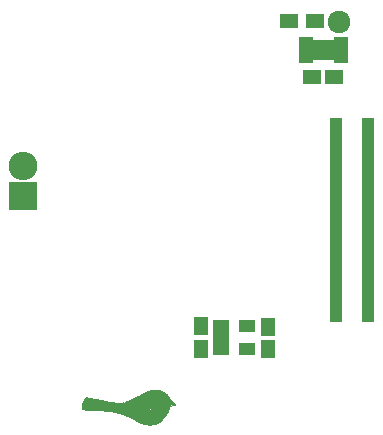
<source format=gbs>
G04 #@! TF.FileFunction,Soldermask,Bot*
%FSLAX46Y46*%
G04 Gerber Fmt 4.6, Leading zero omitted, Abs format (unit mm)*
G04 Created by KiCad (PCBNEW (2015-11-03 BZR 6296)-product) date Monday, December 21, 2015 'AMt' 10:05:28 AM*
%MOMM*%
G01*
G04 APERTURE LIST*
%ADD10C,0.100000*%
%ADD11C,0.010000*%
%ADD12R,1.060000X0.630000*%
%ADD13R,1.060000X0.750000*%
%ADD14R,1.600000X1.150000*%
%ADD15R,1.150000X0.700000*%
%ADD16R,1.275000X1.125000*%
%ADD17R,1.600000X1.300000*%
%ADD18C,1.924000*%
%ADD19R,1.150000X1.600000*%
%ADD20R,2.432000X2.432000*%
%ADD21O,2.432000X2.432000*%
%ADD22R,1.460000X1.050000*%
G04 APERTURE END LIST*
D10*
D11*
G36*
X142908969Y-122383103D02*
X142871134Y-122384878D01*
X142835237Y-122387950D01*
X142799588Y-122392451D01*
X142762501Y-122398512D01*
X142737463Y-122403226D01*
X142700495Y-122410873D01*
X142665230Y-122419056D01*
X142630622Y-122428108D01*
X142595624Y-122438364D01*
X142559191Y-122450156D01*
X142520278Y-122463818D01*
X142477839Y-122479684D01*
X142430827Y-122498088D01*
X142395263Y-122512406D01*
X142348042Y-122531805D01*
X142300102Y-122551943D01*
X142251041Y-122573011D01*
X142200453Y-122595199D01*
X142147934Y-122618695D01*
X142093079Y-122643689D01*
X142035486Y-122670372D01*
X141974749Y-122698932D01*
X141910464Y-122729559D01*
X141842227Y-122762442D01*
X141769635Y-122797772D01*
X141692281Y-122835737D01*
X141609764Y-122876528D01*
X141521677Y-122920333D01*
X141463915Y-122949177D01*
X141382201Y-122989964D01*
X141306268Y-123027698D01*
X141235642Y-123062596D01*
X141169851Y-123094875D01*
X141108423Y-123124752D01*
X141050885Y-123152444D01*
X140996765Y-123178167D01*
X140945591Y-123202138D01*
X140896889Y-123224575D01*
X140850189Y-123245695D01*
X140805018Y-123265714D01*
X140760903Y-123284848D01*
X140717371Y-123303316D01*
X140673951Y-123321334D01*
X140630171Y-123339119D01*
X140585557Y-123356888D01*
X140539637Y-123374857D01*
X140522458Y-123381509D01*
X140498476Y-123390793D01*
X140476212Y-123399455D01*
X140456652Y-123407109D01*
X140440781Y-123413366D01*
X140429586Y-123417840D01*
X140424216Y-123420070D01*
X140414168Y-123424573D01*
X140429302Y-123443849D01*
X140441111Y-123457902D01*
X140457080Y-123475482D01*
X140476079Y-123495449D01*
X140496977Y-123516663D01*
X140518643Y-123537986D01*
X140539945Y-123558277D01*
X140559754Y-123576397D01*
X140568319Y-123583920D01*
X140643898Y-123645039D01*
X140725648Y-123703238D01*
X140813253Y-123758375D01*
X140906399Y-123810306D01*
X141004769Y-123858886D01*
X141108048Y-123903973D01*
X141215921Y-123945422D01*
X141328072Y-123983091D01*
X141444186Y-124016835D01*
X141563946Y-124046510D01*
X141603722Y-124055281D01*
X141662747Y-124067567D01*
X141716586Y-124078013D01*
X141766795Y-124086877D01*
X141814926Y-124094413D01*
X141862531Y-124100877D01*
X141911165Y-124106526D01*
X141921222Y-124107588D01*
X141941268Y-124109185D01*
X141966488Y-124110438D01*
X141995561Y-124111348D01*
X142027167Y-124111913D01*
X142059986Y-124112134D01*
X142092697Y-124112011D01*
X142123980Y-124111543D01*
X142152515Y-124110730D01*
X142176981Y-124109572D01*
X142196059Y-124108069D01*
X142199917Y-124107629D01*
X142270413Y-124096359D01*
X142335332Y-124080777D01*
X142394686Y-124060875D01*
X142448489Y-124036642D01*
X142496754Y-124008071D01*
X142539494Y-123975152D01*
X142576725Y-123937875D01*
X142608458Y-123896233D01*
X142634708Y-123850216D01*
X142654186Y-123803556D01*
X142663436Y-123775336D01*
X142670050Y-123749790D01*
X142674389Y-123724670D01*
X142676811Y-123697726D01*
X142677677Y-123666710D01*
X142677689Y-123656690D01*
X142677494Y-123599783D01*
X142700459Y-123597430D01*
X142723423Y-123595078D01*
X142773181Y-123629010D01*
X142772739Y-123678359D01*
X142768754Y-123736590D01*
X142757973Y-123793341D01*
X142740573Y-123848195D01*
X142716733Y-123900732D01*
X142686631Y-123950536D01*
X142650446Y-123997188D01*
X142625226Y-124024155D01*
X142584590Y-124061000D01*
X142540860Y-124093371D01*
X142493528Y-124121491D01*
X142442089Y-124145584D01*
X142386034Y-124165873D01*
X142324857Y-124182584D01*
X142258052Y-124195938D01*
X142224611Y-124201113D01*
X142203545Y-124203389D01*
X142176697Y-124205185D01*
X142145325Y-124206500D01*
X142110685Y-124207334D01*
X142074034Y-124207688D01*
X142036631Y-124207562D01*
X141999731Y-124206956D01*
X141964593Y-124205870D01*
X141932474Y-124204303D01*
X141904630Y-124202257D01*
X141893000Y-124201088D01*
X141778753Y-124185915D01*
X141663621Y-124166055D01*
X141548476Y-124141770D01*
X141434191Y-124113321D01*
X141321641Y-124080969D01*
X141211697Y-124044975D01*
X141105234Y-124005600D01*
X141003124Y-123963106D01*
X140906240Y-123917754D01*
X140851392Y-123889498D01*
X140768282Y-123842751D01*
X140689342Y-123793631D01*
X140615019Y-123742487D01*
X140545759Y-123689668D01*
X140482007Y-123635522D01*
X140424209Y-123580397D01*
X140372812Y-123524643D01*
X140351120Y-123498480D01*
X140336411Y-123480572D01*
X140325353Y-123468259D01*
X140317679Y-123461267D01*
X140313122Y-123459322D01*
X140312894Y-123459373D01*
X140298318Y-123463012D01*
X140277871Y-123467139D01*
X140252704Y-123471588D01*
X140223971Y-123476193D01*
X140192826Y-123480787D01*
X140160421Y-123485204D01*
X140127909Y-123489276D01*
X140096444Y-123492837D01*
X140067179Y-123495720D01*
X140053264Y-123496893D01*
X140023004Y-123498630D01*
X139989491Y-123499311D01*
X139952279Y-123498909D01*
X139910925Y-123497398D01*
X139864983Y-123494750D01*
X139814009Y-123490938D01*
X139757559Y-123485937D01*
X139695188Y-123479719D01*
X139626452Y-123472256D01*
X139605236Y-123469853D01*
X139507304Y-123458039D01*
X139402890Y-123444253D01*
X139292274Y-123428544D01*
X139175733Y-123410962D01*
X139053546Y-123391559D01*
X138925989Y-123370386D01*
X138793343Y-123347492D01*
X138655883Y-123322928D01*
X138513890Y-123296746D01*
X138367640Y-123268995D01*
X138217412Y-123239727D01*
X138063483Y-123208991D01*
X137906133Y-123176840D01*
X137745639Y-123143322D01*
X137582279Y-123108489D01*
X137416331Y-123072392D01*
X137388028Y-123066166D01*
X137356495Y-123059268D01*
X137326427Y-123052787D01*
X137298674Y-123046899D01*
X137274087Y-123041780D01*
X137253516Y-123037607D01*
X137237814Y-123034556D01*
X137227830Y-123032804D01*
X137225750Y-123032520D01*
X137198371Y-123032603D01*
X137169403Y-123038198D01*
X137140663Y-123048640D01*
X137113968Y-123063263D01*
X137091137Y-123081400D01*
X137090423Y-123082097D01*
X137079666Y-123094458D01*
X137066441Y-123112584D01*
X137051127Y-123135782D01*
X137034102Y-123163362D01*
X137015747Y-123194633D01*
X136996438Y-123228902D01*
X136976556Y-123265479D01*
X136956479Y-123303671D01*
X136936585Y-123342789D01*
X136917253Y-123382139D01*
X136898863Y-123421031D01*
X136881792Y-123458774D01*
X136873062Y-123478888D01*
X136845582Y-123547828D01*
X136823705Y-123612753D01*
X136807436Y-123673631D01*
X136796780Y-123730428D01*
X136791742Y-123783112D01*
X136792326Y-123831650D01*
X136798538Y-123876008D01*
X136809697Y-123914355D01*
X136819279Y-123934617D01*
X136832842Y-123956530D01*
X136848641Y-123977628D01*
X136864928Y-123995441D01*
X136870911Y-124000860D01*
X136886300Y-124012771D01*
X136902919Y-124023287D01*
X136921311Y-124032518D01*
X136942022Y-124040574D01*
X136965594Y-124047565D01*
X136992573Y-124053602D01*
X137023502Y-124058794D01*
X137058926Y-124063252D01*
X137099388Y-124067086D01*
X137145433Y-124070405D01*
X137197604Y-124073321D01*
X137238097Y-124075182D01*
X137257868Y-124075961D01*
X137283696Y-124076876D01*
X137314584Y-124077897D01*
X137349536Y-124078994D01*
X137387554Y-124080137D01*
X137427643Y-124081294D01*
X137468805Y-124082437D01*
X137510044Y-124083534D01*
X137530903Y-124084070D01*
X137636868Y-124086865D01*
X137736377Y-124089728D01*
X137830029Y-124092688D01*
X137918424Y-124095774D01*
X138002160Y-124099016D01*
X138081838Y-124102444D01*
X138158056Y-124106086D01*
X138231413Y-124109972D01*
X138302509Y-124114132D01*
X138371944Y-124118595D01*
X138440317Y-124123390D01*
X138508226Y-124128548D01*
X138576271Y-124134096D01*
X138612167Y-124137168D01*
X138764575Y-124151484D01*
X138911084Y-124167501D01*
X139052686Y-124185426D01*
X139190371Y-124205462D01*
X139325131Y-124227813D01*
X139457958Y-124252686D01*
X139589844Y-124280283D01*
X139721779Y-124310811D01*
X139854756Y-124344473D01*
X139989766Y-124381474D01*
X140127801Y-124422018D01*
X140269851Y-124466311D01*
X140377819Y-124501516D01*
X140434471Y-124520415D01*
X140486899Y-124538181D01*
X140535676Y-124555079D01*
X140581373Y-124571377D01*
X140624563Y-124587340D01*
X140665816Y-124603235D01*
X140705705Y-124619327D01*
X140744801Y-124635884D01*
X140783675Y-124653170D01*
X140822901Y-124671452D01*
X140863048Y-124690997D01*
X140904690Y-124712071D01*
X140948398Y-124734939D01*
X140994743Y-124759869D01*
X141044297Y-124787125D01*
X141097632Y-124816975D01*
X141155320Y-124849684D01*
X141217932Y-124885519D01*
X141282694Y-124922815D01*
X141332887Y-124951743D01*
X141377657Y-124977450D01*
X141417661Y-125000298D01*
X141453555Y-125020648D01*
X141485994Y-125038863D01*
X141515635Y-125055303D01*
X141543134Y-125070330D01*
X141569147Y-125084307D01*
X141594330Y-125097594D01*
X141619338Y-125110554D01*
X141644828Y-125123549D01*
X141667222Y-125134820D01*
X141732539Y-125166741D01*
X141793326Y-125194702D01*
X141850631Y-125219064D01*
X141905499Y-125240188D01*
X141958978Y-125258436D01*
X142012115Y-125274169D01*
X142065957Y-125287748D01*
X142121551Y-125299537D01*
X142169025Y-125308094D01*
X142228301Y-125317475D01*
X142282886Y-125324849D01*
X142334804Y-125330377D01*
X142386074Y-125334223D01*
X142438721Y-125336550D01*
X142494766Y-125337522D01*
X142533292Y-125337509D01*
X142559880Y-125337309D01*
X142584924Y-125337051D01*
X142607330Y-125336751D01*
X142626003Y-125336426D01*
X142639851Y-125336092D01*
X142647777Y-125335767D01*
X142647944Y-125335755D01*
X142738991Y-125326740D01*
X142828800Y-125313096D01*
X142916515Y-125295042D01*
X143001282Y-125272798D01*
X143082244Y-125246583D01*
X143158545Y-125216619D01*
X143216209Y-125189817D01*
X143302043Y-125142919D01*
X143385670Y-125089377D01*
X143467012Y-125029273D01*
X143545994Y-124962690D01*
X143622539Y-124889708D01*
X143696571Y-124810411D01*
X143768015Y-124724879D01*
X143836793Y-124633196D01*
X143902829Y-124535442D01*
X143966048Y-124431701D01*
X144026373Y-124322053D01*
X144030700Y-124313746D01*
X144067707Y-124238734D01*
X144102221Y-124160989D01*
X144134600Y-124079580D01*
X144165202Y-123993574D01*
X144194388Y-123902039D01*
X144210890Y-123845758D01*
X144218457Y-123819169D01*
X144464194Y-123720044D01*
X144503671Y-123704069D01*
X144541187Y-123688791D01*
X144576234Y-123674422D01*
X144608306Y-123661173D01*
X144636898Y-123649257D01*
X144661502Y-123638887D01*
X144681612Y-123630274D01*
X144696722Y-123623630D01*
X144706326Y-123619168D01*
X144709917Y-123617101D01*
X144709931Y-123617055D01*
X144707356Y-123614178D01*
X144699885Y-123606965D01*
X144687902Y-123595762D01*
X144671787Y-123580917D01*
X144651922Y-123562776D01*
X144628690Y-123541686D01*
X144602471Y-123517994D01*
X144573649Y-123492048D01*
X144542605Y-123464193D01*
X144509720Y-123434778D01*
X144484153Y-123411966D01*
X144258375Y-123210741D01*
X144243997Y-123171022D01*
X144215662Y-123100948D01*
X144182414Y-123034045D01*
X144143848Y-122969707D01*
X144099555Y-122907324D01*
X144049130Y-122846287D01*
X143992165Y-122785990D01*
X143975776Y-122769917D01*
X143908462Y-122709739D01*
X143835870Y-122654059D01*
X143758266Y-122603010D01*
X143675914Y-122556722D01*
X143589079Y-122515330D01*
X143498026Y-122478964D01*
X143403021Y-122447758D01*
X143304329Y-122421842D01*
X143258250Y-122411834D01*
X143213853Y-122403197D01*
X143174131Y-122396427D01*
X143137021Y-122391295D01*
X143100460Y-122387572D01*
X143062386Y-122385029D01*
X143020735Y-122383439D01*
X142997194Y-122382916D01*
X142950426Y-122382493D01*
X142908969Y-122383103D01*
X142908969Y-122383103D01*
G37*
X142908969Y-122383103D02*
X142871134Y-122384878D01*
X142835237Y-122387950D01*
X142799588Y-122392451D01*
X142762501Y-122398512D01*
X142737463Y-122403226D01*
X142700495Y-122410873D01*
X142665230Y-122419056D01*
X142630622Y-122428108D01*
X142595624Y-122438364D01*
X142559191Y-122450156D01*
X142520278Y-122463818D01*
X142477839Y-122479684D01*
X142430827Y-122498088D01*
X142395263Y-122512406D01*
X142348042Y-122531805D01*
X142300102Y-122551943D01*
X142251041Y-122573011D01*
X142200453Y-122595199D01*
X142147934Y-122618695D01*
X142093079Y-122643689D01*
X142035486Y-122670372D01*
X141974749Y-122698932D01*
X141910464Y-122729559D01*
X141842227Y-122762442D01*
X141769635Y-122797772D01*
X141692281Y-122835737D01*
X141609764Y-122876528D01*
X141521677Y-122920333D01*
X141463915Y-122949177D01*
X141382201Y-122989964D01*
X141306268Y-123027698D01*
X141235642Y-123062596D01*
X141169851Y-123094875D01*
X141108423Y-123124752D01*
X141050885Y-123152444D01*
X140996765Y-123178167D01*
X140945591Y-123202138D01*
X140896889Y-123224575D01*
X140850189Y-123245695D01*
X140805018Y-123265714D01*
X140760903Y-123284848D01*
X140717371Y-123303316D01*
X140673951Y-123321334D01*
X140630171Y-123339119D01*
X140585557Y-123356888D01*
X140539637Y-123374857D01*
X140522458Y-123381509D01*
X140498476Y-123390793D01*
X140476212Y-123399455D01*
X140456652Y-123407109D01*
X140440781Y-123413366D01*
X140429586Y-123417840D01*
X140424216Y-123420070D01*
X140414168Y-123424573D01*
X140429302Y-123443849D01*
X140441111Y-123457902D01*
X140457080Y-123475482D01*
X140476079Y-123495449D01*
X140496977Y-123516663D01*
X140518643Y-123537986D01*
X140539945Y-123558277D01*
X140559754Y-123576397D01*
X140568319Y-123583920D01*
X140643898Y-123645039D01*
X140725648Y-123703238D01*
X140813253Y-123758375D01*
X140906399Y-123810306D01*
X141004769Y-123858886D01*
X141108048Y-123903973D01*
X141215921Y-123945422D01*
X141328072Y-123983091D01*
X141444186Y-124016835D01*
X141563946Y-124046510D01*
X141603722Y-124055281D01*
X141662747Y-124067567D01*
X141716586Y-124078013D01*
X141766795Y-124086877D01*
X141814926Y-124094413D01*
X141862531Y-124100877D01*
X141911165Y-124106526D01*
X141921222Y-124107588D01*
X141941268Y-124109185D01*
X141966488Y-124110438D01*
X141995561Y-124111348D01*
X142027167Y-124111913D01*
X142059986Y-124112134D01*
X142092697Y-124112011D01*
X142123980Y-124111543D01*
X142152515Y-124110730D01*
X142176981Y-124109572D01*
X142196059Y-124108069D01*
X142199917Y-124107629D01*
X142270413Y-124096359D01*
X142335332Y-124080777D01*
X142394686Y-124060875D01*
X142448489Y-124036642D01*
X142496754Y-124008071D01*
X142539494Y-123975152D01*
X142576725Y-123937875D01*
X142608458Y-123896233D01*
X142634708Y-123850216D01*
X142654186Y-123803556D01*
X142663436Y-123775336D01*
X142670050Y-123749790D01*
X142674389Y-123724670D01*
X142676811Y-123697726D01*
X142677677Y-123666710D01*
X142677689Y-123656690D01*
X142677494Y-123599783D01*
X142700459Y-123597430D01*
X142723423Y-123595078D01*
X142773181Y-123629010D01*
X142772739Y-123678359D01*
X142768754Y-123736590D01*
X142757973Y-123793341D01*
X142740573Y-123848195D01*
X142716733Y-123900732D01*
X142686631Y-123950536D01*
X142650446Y-123997188D01*
X142625226Y-124024155D01*
X142584590Y-124061000D01*
X142540860Y-124093371D01*
X142493528Y-124121491D01*
X142442089Y-124145584D01*
X142386034Y-124165873D01*
X142324857Y-124182584D01*
X142258052Y-124195938D01*
X142224611Y-124201113D01*
X142203545Y-124203389D01*
X142176697Y-124205185D01*
X142145325Y-124206500D01*
X142110685Y-124207334D01*
X142074034Y-124207688D01*
X142036631Y-124207562D01*
X141999731Y-124206956D01*
X141964593Y-124205870D01*
X141932474Y-124204303D01*
X141904630Y-124202257D01*
X141893000Y-124201088D01*
X141778753Y-124185915D01*
X141663621Y-124166055D01*
X141548476Y-124141770D01*
X141434191Y-124113321D01*
X141321641Y-124080969D01*
X141211697Y-124044975D01*
X141105234Y-124005600D01*
X141003124Y-123963106D01*
X140906240Y-123917754D01*
X140851392Y-123889498D01*
X140768282Y-123842751D01*
X140689342Y-123793631D01*
X140615019Y-123742487D01*
X140545759Y-123689668D01*
X140482007Y-123635522D01*
X140424209Y-123580397D01*
X140372812Y-123524643D01*
X140351120Y-123498480D01*
X140336411Y-123480572D01*
X140325353Y-123468259D01*
X140317679Y-123461267D01*
X140313122Y-123459322D01*
X140312894Y-123459373D01*
X140298318Y-123463012D01*
X140277871Y-123467139D01*
X140252704Y-123471588D01*
X140223971Y-123476193D01*
X140192826Y-123480787D01*
X140160421Y-123485204D01*
X140127909Y-123489276D01*
X140096444Y-123492837D01*
X140067179Y-123495720D01*
X140053264Y-123496893D01*
X140023004Y-123498630D01*
X139989491Y-123499311D01*
X139952279Y-123498909D01*
X139910925Y-123497398D01*
X139864983Y-123494750D01*
X139814009Y-123490938D01*
X139757559Y-123485937D01*
X139695188Y-123479719D01*
X139626452Y-123472256D01*
X139605236Y-123469853D01*
X139507304Y-123458039D01*
X139402890Y-123444253D01*
X139292274Y-123428544D01*
X139175733Y-123410962D01*
X139053546Y-123391559D01*
X138925989Y-123370386D01*
X138793343Y-123347492D01*
X138655883Y-123322928D01*
X138513890Y-123296746D01*
X138367640Y-123268995D01*
X138217412Y-123239727D01*
X138063483Y-123208991D01*
X137906133Y-123176840D01*
X137745639Y-123143322D01*
X137582279Y-123108489D01*
X137416331Y-123072392D01*
X137388028Y-123066166D01*
X137356495Y-123059268D01*
X137326427Y-123052787D01*
X137298674Y-123046899D01*
X137274087Y-123041780D01*
X137253516Y-123037607D01*
X137237814Y-123034556D01*
X137227830Y-123032804D01*
X137225750Y-123032520D01*
X137198371Y-123032603D01*
X137169403Y-123038198D01*
X137140663Y-123048640D01*
X137113968Y-123063263D01*
X137091137Y-123081400D01*
X137090423Y-123082097D01*
X137079666Y-123094458D01*
X137066441Y-123112584D01*
X137051127Y-123135782D01*
X137034102Y-123163362D01*
X137015747Y-123194633D01*
X136996438Y-123228902D01*
X136976556Y-123265479D01*
X136956479Y-123303671D01*
X136936585Y-123342789D01*
X136917253Y-123382139D01*
X136898863Y-123421031D01*
X136881792Y-123458774D01*
X136873062Y-123478888D01*
X136845582Y-123547828D01*
X136823705Y-123612753D01*
X136807436Y-123673631D01*
X136796780Y-123730428D01*
X136791742Y-123783112D01*
X136792326Y-123831650D01*
X136798538Y-123876008D01*
X136809697Y-123914355D01*
X136819279Y-123934617D01*
X136832842Y-123956530D01*
X136848641Y-123977628D01*
X136864928Y-123995441D01*
X136870911Y-124000860D01*
X136886300Y-124012771D01*
X136902919Y-124023287D01*
X136921311Y-124032518D01*
X136942022Y-124040574D01*
X136965594Y-124047565D01*
X136992573Y-124053602D01*
X137023502Y-124058794D01*
X137058926Y-124063252D01*
X137099388Y-124067086D01*
X137145433Y-124070405D01*
X137197604Y-124073321D01*
X137238097Y-124075182D01*
X137257868Y-124075961D01*
X137283696Y-124076876D01*
X137314584Y-124077897D01*
X137349536Y-124078994D01*
X137387554Y-124080137D01*
X137427643Y-124081294D01*
X137468805Y-124082437D01*
X137510044Y-124083534D01*
X137530903Y-124084070D01*
X137636868Y-124086865D01*
X137736377Y-124089728D01*
X137830029Y-124092688D01*
X137918424Y-124095774D01*
X138002160Y-124099016D01*
X138081838Y-124102444D01*
X138158056Y-124106086D01*
X138231413Y-124109972D01*
X138302509Y-124114132D01*
X138371944Y-124118595D01*
X138440317Y-124123390D01*
X138508226Y-124128548D01*
X138576271Y-124134096D01*
X138612167Y-124137168D01*
X138764575Y-124151484D01*
X138911084Y-124167501D01*
X139052686Y-124185426D01*
X139190371Y-124205462D01*
X139325131Y-124227813D01*
X139457958Y-124252686D01*
X139589844Y-124280283D01*
X139721779Y-124310811D01*
X139854756Y-124344473D01*
X139989766Y-124381474D01*
X140127801Y-124422018D01*
X140269851Y-124466311D01*
X140377819Y-124501516D01*
X140434471Y-124520415D01*
X140486899Y-124538181D01*
X140535676Y-124555079D01*
X140581373Y-124571377D01*
X140624563Y-124587340D01*
X140665816Y-124603235D01*
X140705705Y-124619327D01*
X140744801Y-124635884D01*
X140783675Y-124653170D01*
X140822901Y-124671452D01*
X140863048Y-124690997D01*
X140904690Y-124712071D01*
X140948398Y-124734939D01*
X140994743Y-124759869D01*
X141044297Y-124787125D01*
X141097632Y-124816975D01*
X141155320Y-124849684D01*
X141217932Y-124885519D01*
X141282694Y-124922815D01*
X141332887Y-124951743D01*
X141377657Y-124977450D01*
X141417661Y-125000298D01*
X141453555Y-125020648D01*
X141485994Y-125038863D01*
X141515635Y-125055303D01*
X141543134Y-125070330D01*
X141569147Y-125084307D01*
X141594330Y-125097594D01*
X141619338Y-125110554D01*
X141644828Y-125123549D01*
X141667222Y-125134820D01*
X141732539Y-125166741D01*
X141793326Y-125194702D01*
X141850631Y-125219064D01*
X141905499Y-125240188D01*
X141958978Y-125258436D01*
X142012115Y-125274169D01*
X142065957Y-125287748D01*
X142121551Y-125299537D01*
X142169025Y-125308094D01*
X142228301Y-125317475D01*
X142282886Y-125324849D01*
X142334804Y-125330377D01*
X142386074Y-125334223D01*
X142438721Y-125336550D01*
X142494766Y-125337522D01*
X142533292Y-125337509D01*
X142559880Y-125337309D01*
X142584924Y-125337051D01*
X142607330Y-125336751D01*
X142626003Y-125336426D01*
X142639851Y-125336092D01*
X142647777Y-125335767D01*
X142647944Y-125335755D01*
X142738991Y-125326740D01*
X142828800Y-125313096D01*
X142916515Y-125295042D01*
X143001282Y-125272798D01*
X143082244Y-125246583D01*
X143158545Y-125216619D01*
X143216209Y-125189817D01*
X143302043Y-125142919D01*
X143385670Y-125089377D01*
X143467012Y-125029273D01*
X143545994Y-124962690D01*
X143622539Y-124889708D01*
X143696571Y-124810411D01*
X143768015Y-124724879D01*
X143836793Y-124633196D01*
X143902829Y-124535442D01*
X143966048Y-124431701D01*
X144026373Y-124322053D01*
X144030700Y-124313746D01*
X144067707Y-124238734D01*
X144102221Y-124160989D01*
X144134600Y-124079580D01*
X144165202Y-123993574D01*
X144194388Y-123902039D01*
X144210890Y-123845758D01*
X144218457Y-123819169D01*
X144464194Y-123720044D01*
X144503671Y-123704069D01*
X144541187Y-123688791D01*
X144576234Y-123674422D01*
X144608306Y-123661173D01*
X144636898Y-123649257D01*
X144661502Y-123638887D01*
X144681612Y-123630274D01*
X144696722Y-123623630D01*
X144706326Y-123619168D01*
X144709917Y-123617101D01*
X144709931Y-123617055D01*
X144707356Y-123614178D01*
X144699885Y-123606965D01*
X144687902Y-123595762D01*
X144671787Y-123580917D01*
X144651922Y-123562776D01*
X144628690Y-123541686D01*
X144602471Y-123517994D01*
X144573649Y-123492048D01*
X144542605Y-123464193D01*
X144509720Y-123434778D01*
X144484153Y-123411966D01*
X144258375Y-123210741D01*
X144243997Y-123171022D01*
X144215662Y-123100948D01*
X144182414Y-123034045D01*
X144143848Y-122969707D01*
X144099555Y-122907324D01*
X144049130Y-122846287D01*
X143992165Y-122785990D01*
X143975776Y-122769917D01*
X143908462Y-122709739D01*
X143835870Y-122654059D01*
X143758266Y-122603010D01*
X143675914Y-122556722D01*
X143589079Y-122515330D01*
X143498026Y-122478964D01*
X143403021Y-122447758D01*
X143304329Y-122421842D01*
X143258250Y-122411834D01*
X143213853Y-122403197D01*
X143174131Y-122396427D01*
X143137021Y-122391295D01*
X143100460Y-122387572D01*
X143062386Y-122385029D01*
X143020735Y-122383439D01*
X142997194Y-122382916D01*
X142950426Y-122382493D01*
X142908969Y-122383103D01*
D12*
X161005000Y-115800000D03*
X158295000Y-115800000D03*
X161005000Y-100200000D03*
X158295000Y-100200000D03*
X161005000Y-115400000D03*
X161005000Y-115000000D03*
X161005000Y-114600000D03*
X161005000Y-114200000D03*
X161005000Y-113800000D03*
X161005000Y-113400000D03*
X161005000Y-113000000D03*
X161005000Y-112600000D03*
X161005000Y-112200000D03*
X161005000Y-111800000D03*
X161005000Y-111400000D03*
X161005000Y-111000000D03*
X161005000Y-110600000D03*
X161005000Y-110200000D03*
X161005000Y-109800000D03*
X161005000Y-109400000D03*
X161005000Y-109000000D03*
X161005000Y-108600000D03*
X161005000Y-108200000D03*
X161005000Y-107800000D03*
X161005000Y-107400000D03*
X161005000Y-107000000D03*
X161005000Y-106600000D03*
X161005000Y-106200000D03*
X161005000Y-105800000D03*
X161005000Y-105400000D03*
X161005000Y-105000000D03*
X161005000Y-104600000D03*
X161005000Y-104200000D03*
X161005000Y-103800000D03*
X161005000Y-103400000D03*
X161005000Y-103000000D03*
X161005000Y-102600000D03*
X161005000Y-102200000D03*
X161005000Y-101800000D03*
X161005000Y-101400000D03*
X161005000Y-101000000D03*
X161005000Y-100600000D03*
D13*
X161005000Y-99725000D03*
X158295000Y-99725000D03*
X161005000Y-116275000D03*
X158295000Y-116275000D03*
D12*
X158295000Y-100600000D03*
X158295000Y-101000000D03*
X158295000Y-101400000D03*
X158295000Y-101800000D03*
X158295000Y-102200000D03*
X158295000Y-102600000D03*
X158295000Y-103000000D03*
X158295000Y-103400000D03*
X158295000Y-103800000D03*
X158295000Y-104200000D03*
X158295000Y-104600000D03*
X158295000Y-105000000D03*
X158295000Y-105400000D03*
X158295000Y-105800000D03*
X158295000Y-106200000D03*
X158295000Y-106600000D03*
X158295000Y-107000000D03*
X158295000Y-107400000D03*
X158295000Y-107800000D03*
X158295000Y-108200000D03*
X158295000Y-108600000D03*
X158295000Y-109000000D03*
X158295000Y-109400000D03*
X158295000Y-109800000D03*
X158295000Y-110200000D03*
X158295000Y-110600000D03*
X158295000Y-111000000D03*
X158295000Y-111400000D03*
X158295000Y-111800000D03*
X158295000Y-112200000D03*
X158295000Y-112600000D03*
X158295000Y-113000000D03*
X158295000Y-113400000D03*
X158295000Y-113800000D03*
X158295000Y-114200000D03*
X158295000Y-114600000D03*
X158295000Y-115000000D03*
X158295000Y-115400000D03*
D14*
X156250000Y-95900000D03*
X158150000Y-95900000D03*
D15*
X158712500Y-92862500D03*
X158712500Y-93362500D03*
X158712500Y-93862500D03*
X158712500Y-94362500D03*
X155812500Y-94362500D03*
X155812500Y-93862500D03*
X155812500Y-93362500D03*
X155812500Y-92862500D03*
D16*
X156825000Y-93975000D03*
X156825000Y-93250000D03*
X157700000Y-93975000D03*
X157700000Y-93250000D03*
D17*
X156550000Y-91200000D03*
X154350000Y-91200000D03*
D18*
X158550000Y-91250000D03*
D19*
X146860000Y-118910000D03*
X146860000Y-117010000D03*
X152570000Y-118950000D03*
X152570000Y-117050000D03*
D20*
X131860000Y-105960000D03*
D21*
X131860000Y-103420000D03*
D22*
X148620000Y-118930000D03*
X148620000Y-117980000D03*
X148620000Y-117030000D03*
X150820000Y-117030000D03*
X150820000Y-118930000D03*
M02*

</source>
